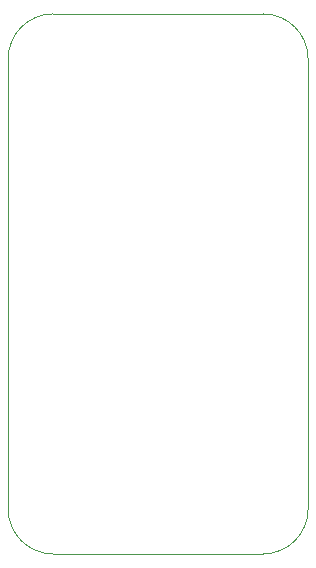
<source format=gm1>
G04 #@! TF.GenerationSoftware,KiCad,Pcbnew,(6.0.6)*
G04 #@! TF.CreationDate,2022-10-28T15:12:27+11:00*
G04 #@! TF.ProjectId,CE-LoRa-E5-Breakout-Module,43452d4c-6f52-4612-9d45-352d42726561,rev?*
G04 #@! TF.SameCoordinates,Original*
G04 #@! TF.FileFunction,Profile,NP*
%FSLAX46Y46*%
G04 Gerber Fmt 4.6, Leading zero omitted, Abs format (unit mm)*
G04 Created by KiCad (PCBNEW (6.0.6)) date 2022-10-28 15:12:27*
%MOMM*%
%LPD*%
G01*
G04 APERTURE LIST*
G04 #@! TA.AperFunction,Profile*
%ADD10C,0.100000*%
G04 #@! TD*
G04 APERTURE END LIST*
D10*
X115575000Y-76008000D02*
X115575000Y-114108000D01*
X115575000Y-114108000D02*
G75*
G03*
X119385000Y-117918000I3810000J0D01*
G01*
X119385000Y-72198000D02*
G75*
G03*
X115575000Y-76008000I0J-3810000D01*
G01*
X137165000Y-72198000D02*
X119385000Y-72198000D01*
X140975000Y-114108000D02*
X140975000Y-76008000D01*
X137165000Y-117918000D02*
G75*
G03*
X140975000Y-114108000I0J3810000D01*
G01*
X119385000Y-117918000D02*
X137165000Y-117918000D01*
X140975000Y-76008000D02*
G75*
G03*
X137165000Y-72198000I-3810000J0D01*
G01*
M02*

</source>
